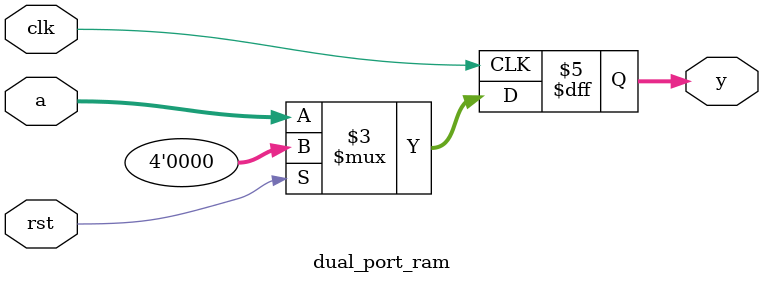
<source format=v>
/* 
 * Corevexis Semiconductor 
 * Example 27: DUAL PORT RAM 
 */

module dual_port_ram (
    input clk,
    input rst,
    input [3:0] a,
    output reg [3:0] y
);

always @(posedge clk) begin
    if(rst) y <= 4'b0;
    else y <= a; 
end

endmodule
</source>
